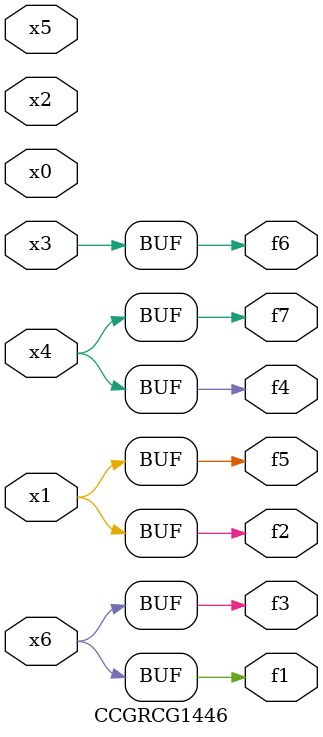
<source format=v>
module CCGRCG1446(
	input x0, x1, x2, x3, x4, x5, x6,
	output f1, f2, f3, f4, f5, f6, f7
);
	assign f1 = x6;
	assign f2 = x1;
	assign f3 = x6;
	assign f4 = x4;
	assign f5 = x1;
	assign f6 = x3;
	assign f7 = x4;
endmodule

</source>
